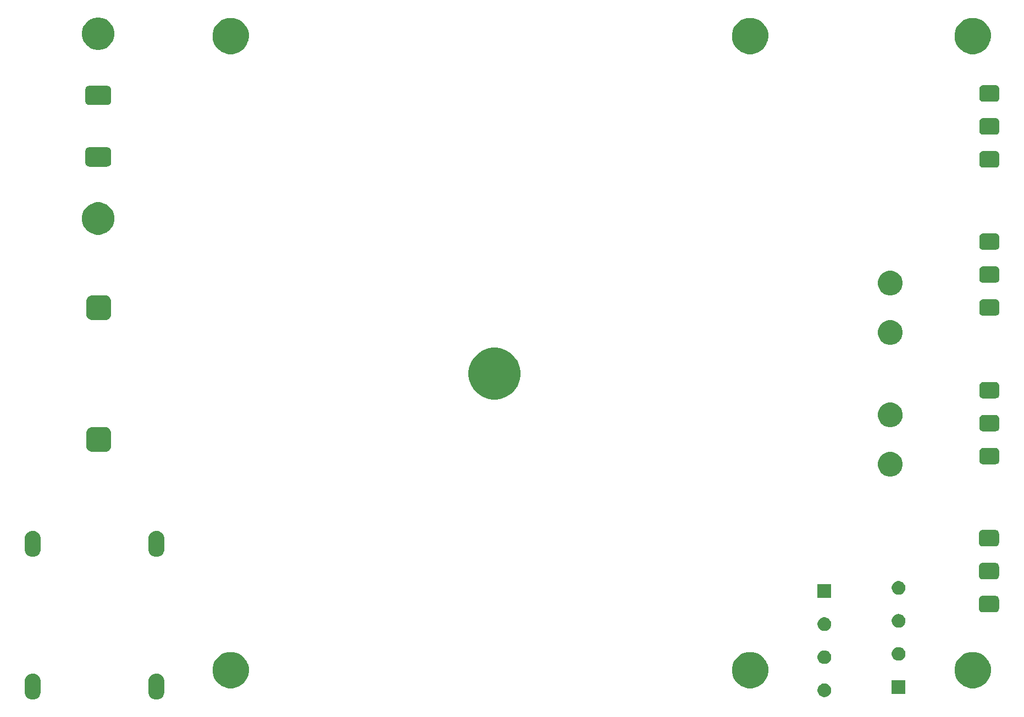
<source format=gbr>
G04 #@! TF.GenerationSoftware,KiCad,Pcbnew,(5.0.1)-4*
G04 #@! TF.CreationDate,2019-03-08T22:54:25+01:00*
G04 #@! TF.ProjectId,PSU - Transformer,505355202D205472616E73666F726D65,rev?*
G04 #@! TF.SameCoordinates,Original*
G04 #@! TF.FileFunction,Soldermask,Bot*
G04 #@! TF.FilePolarity,Negative*
%FSLAX46Y46*%
G04 Gerber Fmt 4.6, Leading zero omitted, Abs format (unit mm)*
G04 Created by KiCad (PCBNEW (5.0.1)-4) date 3/8/2019 10:54:25 PM*
%MOMM*%
%LPD*%
G01*
G04 APERTURE LIST*
%ADD10C,0.100000*%
G04 APERTURE END LIST*
D10*
G36*
X76445038Y-132638086D02*
X76445041Y-132638087D01*
X76445042Y-132638087D01*
X76680668Y-132709563D01*
X76897822Y-132825634D01*
X77088160Y-132981840D01*
X77244366Y-133172177D01*
X77360437Y-133389331D01*
X77431913Y-133624957D01*
X77431914Y-133624961D01*
X77450000Y-133808591D01*
X77450000Y-135431409D01*
X77431914Y-135615039D01*
X77431913Y-135615042D01*
X77431913Y-135615043D01*
X77360437Y-135850669D01*
X77244366Y-136067823D01*
X77088160Y-136258160D01*
X76897823Y-136414366D01*
X76680669Y-136530437D01*
X76445043Y-136601913D01*
X76445042Y-136601913D01*
X76445039Y-136601914D01*
X76200000Y-136626048D01*
X75954962Y-136601914D01*
X75954959Y-136601913D01*
X75954958Y-136601913D01*
X75719332Y-136530437D01*
X75502178Y-136414366D01*
X75311841Y-136258160D01*
X75155635Y-136067823D01*
X75039564Y-135850669D01*
X75039563Y-135850667D01*
X74968086Y-135615044D01*
X74950000Y-135431409D01*
X74950000Y-133808592D01*
X74968086Y-133624962D01*
X74968087Y-133624958D01*
X75039563Y-133389332D01*
X75155634Y-133172178D01*
X75311840Y-132981840D01*
X75502177Y-132825634D01*
X75719331Y-132709563D01*
X75954957Y-132638087D01*
X75954958Y-132638087D01*
X75954961Y-132638086D01*
X76200000Y-132613952D01*
X76445038Y-132638086D01*
X76445038Y-132638086D01*
G37*
G36*
X95495038Y-132638086D02*
X95495041Y-132638087D01*
X95495042Y-132638087D01*
X95730668Y-132709563D01*
X95947822Y-132825634D01*
X96138160Y-132981840D01*
X96294366Y-133172177D01*
X96410437Y-133389331D01*
X96481913Y-133624957D01*
X96481914Y-133624961D01*
X96500000Y-133808591D01*
X96500000Y-135431409D01*
X96481914Y-135615039D01*
X96481913Y-135615042D01*
X96481913Y-135615043D01*
X96410437Y-135850669D01*
X96294366Y-136067823D01*
X96138160Y-136258160D01*
X95947823Y-136414366D01*
X95730669Y-136530437D01*
X95495043Y-136601913D01*
X95495042Y-136601913D01*
X95495039Y-136601914D01*
X95250000Y-136626048D01*
X95004962Y-136601914D01*
X95004959Y-136601913D01*
X95004958Y-136601913D01*
X94769332Y-136530437D01*
X94552178Y-136414366D01*
X94361841Y-136258160D01*
X94205635Y-136067823D01*
X94089564Y-135850669D01*
X94089563Y-135850667D01*
X94018086Y-135615044D01*
X94000000Y-135431409D01*
X94000000Y-133808592D01*
X94018086Y-133624962D01*
X94018087Y-133624958D01*
X94089563Y-133389332D01*
X94205634Y-133172178D01*
X94361840Y-132981840D01*
X94552177Y-132825634D01*
X94769331Y-132709563D01*
X95004957Y-132638087D01*
X95004958Y-132638087D01*
X95004961Y-132638086D01*
X95250000Y-132613952D01*
X95495038Y-132638086D01*
X95495038Y-132638086D01*
G37*
G36*
X198245888Y-134134470D02*
X198426274Y-134170350D01*
X198617362Y-134249502D01*
X198789336Y-134364411D01*
X198935589Y-134510664D01*
X199050498Y-134682638D01*
X199129650Y-134873726D01*
X199170000Y-135076584D01*
X199170000Y-135283416D01*
X199129650Y-135486274D01*
X199050498Y-135677362D01*
X198935589Y-135849336D01*
X198789336Y-135995589D01*
X198617362Y-136110498D01*
X198426274Y-136189650D01*
X198245888Y-136225530D01*
X198223417Y-136230000D01*
X198016583Y-136230000D01*
X197994112Y-136225530D01*
X197813726Y-136189650D01*
X197622638Y-136110498D01*
X197450664Y-135995589D01*
X197304411Y-135849336D01*
X197189502Y-135677362D01*
X197110350Y-135486274D01*
X197070000Y-135283416D01*
X197070000Y-135076584D01*
X197110350Y-134873726D01*
X197189502Y-134682638D01*
X197304411Y-134510664D01*
X197450664Y-134364411D01*
X197622638Y-134249502D01*
X197813726Y-134170350D01*
X197994112Y-134134470D01*
X198016583Y-134130000D01*
X198223417Y-134130000D01*
X198245888Y-134134470D01*
X198245888Y-134134470D01*
G37*
G36*
X210600000Y-135730000D02*
X208500000Y-135730000D01*
X208500000Y-133630000D01*
X210600000Y-133630000D01*
X210600000Y-135730000D01*
X210600000Y-135730000D01*
G37*
G36*
X107226253Y-129333801D02*
X107496730Y-129387602D01*
X107552406Y-129410664D01*
X108006296Y-129598671D01*
X108464899Y-129905100D01*
X108854900Y-130295101D01*
X109161329Y-130753704D01*
X109267696Y-131010497D01*
X109372398Y-131263270D01*
X109480000Y-131804224D01*
X109480000Y-132355776D01*
X109386540Y-132825635D01*
X109372398Y-132896729D01*
X109161329Y-133406296D01*
X108854900Y-133864899D01*
X108464899Y-134254900D01*
X108006296Y-134561329D01*
X107713429Y-134682638D01*
X107496730Y-134772398D01*
X107226253Y-134826199D01*
X106955777Y-134880000D01*
X106404223Y-134880000D01*
X106133747Y-134826199D01*
X105863270Y-134772398D01*
X105646571Y-134682638D01*
X105353704Y-134561329D01*
X104895101Y-134254900D01*
X104505100Y-133864899D01*
X104198671Y-133406296D01*
X103987602Y-132896729D01*
X103973461Y-132825635D01*
X103880000Y-132355776D01*
X103880000Y-131804224D01*
X103987602Y-131263270D01*
X104092304Y-131010497D01*
X104198671Y-130753704D01*
X104505100Y-130295101D01*
X104895101Y-129905100D01*
X105353704Y-129598671D01*
X105807594Y-129410664D01*
X105863270Y-129387602D01*
X106133747Y-129333801D01*
X106404223Y-129280000D01*
X106955777Y-129280000D01*
X107226253Y-129333801D01*
X107226253Y-129333801D01*
G37*
G36*
X221526253Y-129333801D02*
X221796730Y-129387602D01*
X221852406Y-129410664D01*
X222306296Y-129598671D01*
X222764899Y-129905100D01*
X223154900Y-130295101D01*
X223461329Y-130753704D01*
X223567696Y-131010497D01*
X223672398Y-131263270D01*
X223780000Y-131804224D01*
X223780000Y-132355776D01*
X223686540Y-132825635D01*
X223672398Y-132896729D01*
X223461329Y-133406296D01*
X223154900Y-133864899D01*
X222764899Y-134254900D01*
X222306296Y-134561329D01*
X222013429Y-134682638D01*
X221796730Y-134772398D01*
X221526253Y-134826199D01*
X221255777Y-134880000D01*
X220704223Y-134880000D01*
X220433747Y-134826199D01*
X220163270Y-134772398D01*
X219946571Y-134682638D01*
X219653704Y-134561329D01*
X219195101Y-134254900D01*
X218805100Y-133864899D01*
X218498671Y-133406296D01*
X218287602Y-132896729D01*
X218273461Y-132825635D01*
X218180000Y-132355776D01*
X218180000Y-131804224D01*
X218287602Y-131263270D01*
X218392304Y-131010497D01*
X218498671Y-130753704D01*
X218805100Y-130295101D01*
X219195101Y-129905100D01*
X219653704Y-129598671D01*
X220107594Y-129410664D01*
X220163270Y-129387602D01*
X220433747Y-129333801D01*
X220704223Y-129280000D01*
X221255777Y-129280000D01*
X221526253Y-129333801D01*
X221526253Y-129333801D01*
G37*
G36*
X187236253Y-129333801D02*
X187506730Y-129387602D01*
X187562406Y-129410664D01*
X188016296Y-129598671D01*
X188474899Y-129905100D01*
X188864900Y-130295101D01*
X189171329Y-130753704D01*
X189277696Y-131010497D01*
X189382398Y-131263270D01*
X189490000Y-131804224D01*
X189490000Y-132355776D01*
X189396540Y-132825635D01*
X189382398Y-132896729D01*
X189171329Y-133406296D01*
X188864900Y-133864899D01*
X188474899Y-134254900D01*
X188016296Y-134561329D01*
X187723429Y-134682638D01*
X187506730Y-134772398D01*
X187236253Y-134826199D01*
X186965777Y-134880000D01*
X186414223Y-134880000D01*
X186143747Y-134826199D01*
X185873270Y-134772398D01*
X185656571Y-134682638D01*
X185363704Y-134561329D01*
X184905101Y-134254900D01*
X184515100Y-133864899D01*
X184208671Y-133406296D01*
X183997602Y-132896729D01*
X183983461Y-132825635D01*
X183890000Y-132355776D01*
X183890000Y-131804224D01*
X183997602Y-131263270D01*
X184102304Y-131010497D01*
X184208671Y-130753704D01*
X184515100Y-130295101D01*
X184905101Y-129905100D01*
X185363704Y-129598671D01*
X185817594Y-129410664D01*
X185873270Y-129387602D01*
X186143747Y-129333801D01*
X186414223Y-129280000D01*
X186965777Y-129280000D01*
X187236253Y-129333801D01*
X187236253Y-129333801D01*
G37*
G36*
X198245888Y-129034470D02*
X198426274Y-129070350D01*
X198617362Y-129149502D01*
X198789336Y-129264411D01*
X198935589Y-129410664D01*
X199050498Y-129582638D01*
X199129650Y-129773726D01*
X199170000Y-129976584D01*
X199170000Y-130183416D01*
X199129650Y-130386274D01*
X199050498Y-130577362D01*
X198935589Y-130749336D01*
X198789336Y-130895589D01*
X198617362Y-131010498D01*
X198426274Y-131089650D01*
X198245888Y-131125530D01*
X198223417Y-131130000D01*
X198016583Y-131130000D01*
X197994112Y-131125530D01*
X197813726Y-131089650D01*
X197622638Y-131010498D01*
X197450664Y-130895589D01*
X197304411Y-130749336D01*
X197189502Y-130577362D01*
X197110350Y-130386274D01*
X197070000Y-130183416D01*
X197070000Y-129976584D01*
X197110350Y-129773726D01*
X197189502Y-129582638D01*
X197304411Y-129410664D01*
X197450664Y-129264411D01*
X197622638Y-129149502D01*
X197813726Y-129070350D01*
X197994112Y-129034470D01*
X198016583Y-129030000D01*
X198223417Y-129030000D01*
X198245888Y-129034470D01*
X198245888Y-129034470D01*
G37*
G36*
X209675888Y-128534470D02*
X209856274Y-128570350D01*
X210047362Y-128649502D01*
X210219336Y-128764411D01*
X210365589Y-128910664D01*
X210480498Y-129082638D01*
X210559650Y-129273726D01*
X210600000Y-129476584D01*
X210600000Y-129683416D01*
X210559650Y-129886274D01*
X210480498Y-130077362D01*
X210365589Y-130249336D01*
X210219336Y-130395589D01*
X210047362Y-130510498D01*
X209856274Y-130589650D01*
X209675888Y-130625530D01*
X209653417Y-130630000D01*
X209446583Y-130630000D01*
X209424112Y-130625530D01*
X209243726Y-130589650D01*
X209052638Y-130510498D01*
X208880664Y-130395589D01*
X208734411Y-130249336D01*
X208619502Y-130077362D01*
X208540350Y-129886274D01*
X208500000Y-129683416D01*
X208500000Y-129476584D01*
X208540350Y-129273726D01*
X208619502Y-129082638D01*
X208734411Y-128910664D01*
X208880664Y-128764411D01*
X209052638Y-128649502D01*
X209243726Y-128570350D01*
X209424112Y-128534470D01*
X209446583Y-128530000D01*
X209653417Y-128530000D01*
X209675888Y-128534470D01*
X209675888Y-128534470D01*
G37*
G36*
X198245888Y-123934470D02*
X198426274Y-123970350D01*
X198617362Y-124049502D01*
X198789336Y-124164411D01*
X198935589Y-124310664D01*
X199050498Y-124482638D01*
X199129650Y-124673726D01*
X199170000Y-124876584D01*
X199170000Y-125083416D01*
X199129650Y-125286274D01*
X199050498Y-125477362D01*
X198935589Y-125649336D01*
X198789336Y-125795589D01*
X198617362Y-125910498D01*
X198426274Y-125989650D01*
X198245888Y-126025530D01*
X198223417Y-126030000D01*
X198016583Y-126030000D01*
X197994112Y-126025530D01*
X197813726Y-125989650D01*
X197622638Y-125910498D01*
X197450664Y-125795589D01*
X197304411Y-125649336D01*
X197189502Y-125477362D01*
X197110350Y-125286274D01*
X197070000Y-125083416D01*
X197070000Y-124876584D01*
X197110350Y-124673726D01*
X197189502Y-124482638D01*
X197304411Y-124310664D01*
X197450664Y-124164411D01*
X197622638Y-124049502D01*
X197813726Y-123970350D01*
X197994112Y-123934470D01*
X198016583Y-123930000D01*
X198223417Y-123930000D01*
X198245888Y-123934470D01*
X198245888Y-123934470D01*
G37*
G36*
X209675888Y-123434470D02*
X209856274Y-123470350D01*
X210047362Y-123549502D01*
X210219336Y-123664411D01*
X210365589Y-123810664D01*
X210480498Y-123982638D01*
X210559650Y-124173726D01*
X210600000Y-124376584D01*
X210600000Y-124583416D01*
X210559650Y-124786274D01*
X210480498Y-124977362D01*
X210365589Y-125149336D01*
X210219336Y-125295589D01*
X210047362Y-125410498D01*
X209856274Y-125489650D01*
X209675888Y-125525530D01*
X209653417Y-125530000D01*
X209446583Y-125530000D01*
X209424112Y-125525530D01*
X209243726Y-125489650D01*
X209052638Y-125410498D01*
X208880664Y-125295589D01*
X208734411Y-125149336D01*
X208619502Y-124977362D01*
X208540350Y-124786274D01*
X208500000Y-124583416D01*
X208500000Y-124376584D01*
X208540350Y-124173726D01*
X208619502Y-123982638D01*
X208734411Y-123810664D01*
X208880664Y-123664411D01*
X209052638Y-123549502D01*
X209243726Y-123470350D01*
X209424112Y-123434470D01*
X209446583Y-123430000D01*
X209653417Y-123430000D01*
X209675888Y-123434470D01*
X209675888Y-123434470D01*
G37*
G36*
X224573667Y-120636192D02*
X224680957Y-120668738D01*
X224779829Y-120721587D01*
X224866491Y-120792708D01*
X224937612Y-120879370D01*
X224990461Y-120978242D01*
X225023007Y-121085532D01*
X225034600Y-121203239D01*
X225034600Y-122585959D01*
X225023007Y-122703666D01*
X224990461Y-122810956D01*
X224937612Y-122909828D01*
X224866491Y-122996490D01*
X224779829Y-123067611D01*
X224680957Y-123120460D01*
X224573667Y-123153006D01*
X224455960Y-123164599D01*
X222533240Y-123164599D01*
X222415533Y-123153006D01*
X222308243Y-123120460D01*
X222209371Y-123067611D01*
X222122709Y-122996490D01*
X222051588Y-122909828D01*
X221998739Y-122810956D01*
X221966193Y-122703666D01*
X221954600Y-122585959D01*
X221954600Y-121203239D01*
X221966193Y-121085532D01*
X221998739Y-120978242D01*
X222051588Y-120879370D01*
X222122709Y-120792708D01*
X222209371Y-120721587D01*
X222308243Y-120668738D01*
X222415533Y-120636192D01*
X222533240Y-120624599D01*
X224455960Y-120624599D01*
X224573667Y-120636192D01*
X224573667Y-120636192D01*
G37*
G36*
X199170000Y-120930000D02*
X197070000Y-120930000D01*
X197070000Y-118830000D01*
X199170000Y-118830000D01*
X199170000Y-120930000D01*
X199170000Y-120930000D01*
G37*
G36*
X209675888Y-118334470D02*
X209856274Y-118370350D01*
X210047362Y-118449502D01*
X210219336Y-118564411D01*
X210365589Y-118710664D01*
X210480498Y-118882638D01*
X210559650Y-119073726D01*
X210600000Y-119276584D01*
X210600000Y-119483416D01*
X210559650Y-119686274D01*
X210480498Y-119877362D01*
X210365589Y-120049336D01*
X210219336Y-120195589D01*
X210047362Y-120310498D01*
X209856274Y-120389650D01*
X209675888Y-120425530D01*
X209653417Y-120430000D01*
X209446583Y-120430000D01*
X209424112Y-120425530D01*
X209243726Y-120389650D01*
X209052638Y-120310498D01*
X208880664Y-120195589D01*
X208734411Y-120049336D01*
X208619502Y-119877362D01*
X208540350Y-119686274D01*
X208500000Y-119483416D01*
X208500000Y-119276584D01*
X208540350Y-119073726D01*
X208619502Y-118882638D01*
X208734411Y-118710664D01*
X208880664Y-118564411D01*
X209052638Y-118449502D01*
X209243726Y-118370350D01*
X209424112Y-118334470D01*
X209446583Y-118330000D01*
X209653417Y-118330000D01*
X209675888Y-118334470D01*
X209675888Y-118334470D01*
G37*
G36*
X224573667Y-115556192D02*
X224680957Y-115588738D01*
X224779829Y-115641587D01*
X224866491Y-115712708D01*
X224937612Y-115799370D01*
X224990461Y-115898242D01*
X225023007Y-116005532D01*
X225034600Y-116123239D01*
X225034600Y-117505959D01*
X225023007Y-117623666D01*
X224990461Y-117730956D01*
X224937612Y-117829828D01*
X224866491Y-117916490D01*
X224779829Y-117987611D01*
X224680957Y-118040460D01*
X224573667Y-118073006D01*
X224455960Y-118084599D01*
X222533240Y-118084599D01*
X222415533Y-118073006D01*
X222308243Y-118040460D01*
X222209371Y-117987611D01*
X222122709Y-117916490D01*
X222051588Y-117829828D01*
X221998739Y-117730956D01*
X221966193Y-117623666D01*
X221954600Y-117505959D01*
X221954600Y-116123239D01*
X221966193Y-116005532D01*
X221998739Y-115898242D01*
X222051588Y-115799370D01*
X222122709Y-115712708D01*
X222209371Y-115641587D01*
X222308243Y-115588738D01*
X222415533Y-115556192D01*
X222533240Y-115544599D01*
X224455960Y-115544599D01*
X224573667Y-115556192D01*
X224573667Y-115556192D01*
G37*
G36*
X95495038Y-110638086D02*
X95495041Y-110638087D01*
X95495042Y-110638087D01*
X95730668Y-110709563D01*
X95947822Y-110825634D01*
X96138160Y-110981840D01*
X96294366Y-111172177D01*
X96395448Y-111361288D01*
X96410436Y-111389329D01*
X96481914Y-111624961D01*
X96500000Y-111808591D01*
X96500000Y-113431409D01*
X96481914Y-113615039D01*
X96481913Y-113615042D01*
X96481913Y-113615043D01*
X96410437Y-113850669D01*
X96294366Y-114067823D01*
X96138160Y-114258160D01*
X95947823Y-114414366D01*
X95730669Y-114530437D01*
X95495043Y-114601913D01*
X95495042Y-114601913D01*
X95495039Y-114601914D01*
X95250000Y-114626048D01*
X95004962Y-114601914D01*
X95004959Y-114601913D01*
X95004958Y-114601913D01*
X94769332Y-114530437D01*
X94552178Y-114414366D01*
X94361841Y-114258160D01*
X94205635Y-114067823D01*
X94089564Y-113850669D01*
X94089563Y-113850667D01*
X94018086Y-113615044D01*
X94000000Y-113431409D01*
X94000000Y-111808592D01*
X94018086Y-111624962D01*
X94018087Y-111624958D01*
X94089563Y-111389332D01*
X94205634Y-111172178D01*
X94361840Y-110981840D01*
X94552177Y-110825634D01*
X94769331Y-110709563D01*
X95004957Y-110638087D01*
X95004958Y-110638087D01*
X95004961Y-110638086D01*
X95250000Y-110613952D01*
X95495038Y-110638086D01*
X95495038Y-110638086D01*
G37*
G36*
X76445038Y-110638086D02*
X76445041Y-110638087D01*
X76445042Y-110638087D01*
X76680668Y-110709563D01*
X76897822Y-110825634D01*
X77088160Y-110981840D01*
X77244366Y-111172177D01*
X77345448Y-111361288D01*
X77360436Y-111389329D01*
X77431914Y-111624961D01*
X77450000Y-111808591D01*
X77450000Y-113431409D01*
X77431914Y-113615039D01*
X77431913Y-113615042D01*
X77431913Y-113615043D01*
X77360437Y-113850669D01*
X77244366Y-114067823D01*
X77088160Y-114258160D01*
X76897823Y-114414366D01*
X76680669Y-114530437D01*
X76445043Y-114601913D01*
X76445042Y-114601913D01*
X76445039Y-114601914D01*
X76200000Y-114626048D01*
X75954962Y-114601914D01*
X75954959Y-114601913D01*
X75954958Y-114601913D01*
X75719332Y-114530437D01*
X75502178Y-114414366D01*
X75311841Y-114258160D01*
X75155635Y-114067823D01*
X75039564Y-113850669D01*
X75039563Y-113850667D01*
X74968086Y-113615044D01*
X74950000Y-113431409D01*
X74950000Y-111808592D01*
X74968086Y-111624962D01*
X74968087Y-111624958D01*
X75039563Y-111389332D01*
X75155634Y-111172178D01*
X75311840Y-110981840D01*
X75502177Y-110825634D01*
X75719331Y-110709563D01*
X75954957Y-110638087D01*
X75954958Y-110638087D01*
X75954961Y-110638086D01*
X76200000Y-110613952D01*
X76445038Y-110638086D01*
X76445038Y-110638086D01*
G37*
G36*
X224573667Y-110476192D02*
X224680957Y-110508738D01*
X224779829Y-110561587D01*
X224866491Y-110632708D01*
X224937612Y-110719370D01*
X224990461Y-110818242D01*
X225023007Y-110925532D01*
X225034600Y-111043239D01*
X225034600Y-112425959D01*
X225023007Y-112543666D01*
X224990461Y-112650956D01*
X224937612Y-112749828D01*
X224866491Y-112836490D01*
X224779829Y-112907611D01*
X224680957Y-112960460D01*
X224573667Y-112993006D01*
X224455960Y-113004599D01*
X222533240Y-113004599D01*
X222415533Y-112993006D01*
X222308243Y-112960460D01*
X222209371Y-112907611D01*
X222122709Y-112836490D01*
X222051588Y-112749828D01*
X221998739Y-112650956D01*
X221966193Y-112543666D01*
X221954600Y-112425959D01*
X221954600Y-111043239D01*
X221966193Y-110925532D01*
X221998739Y-110818242D01*
X222051588Y-110719370D01*
X222122709Y-110632708D01*
X222209371Y-110561587D01*
X222308243Y-110508738D01*
X222415533Y-110476192D01*
X222533240Y-110464599D01*
X224455960Y-110464599D01*
X224573667Y-110476192D01*
X224573667Y-110476192D01*
G37*
G36*
X208835665Y-98498208D02*
X208835667Y-98498209D01*
X208835668Y-98498209D01*
X209182356Y-98641811D01*
X209492958Y-98849349D01*
X209494369Y-98850292D01*
X209759708Y-99115631D01*
X209759710Y-99115634D01*
X209968189Y-99427644D01*
X210111791Y-99774332D01*
X210111792Y-99774335D01*
X210171644Y-100075229D01*
X210185000Y-100142374D01*
X210185000Y-100517626D01*
X210111791Y-100885668D01*
X209968189Y-101232356D01*
X209760651Y-101542958D01*
X209759708Y-101544369D01*
X209494369Y-101809708D01*
X209494366Y-101809710D01*
X209182356Y-102018189D01*
X208835668Y-102161791D01*
X208835667Y-102161791D01*
X208835665Y-102161792D01*
X208467628Y-102235000D01*
X208092372Y-102235000D01*
X207724335Y-102161792D01*
X207724333Y-102161791D01*
X207724332Y-102161791D01*
X207377644Y-102018189D01*
X207065634Y-101809710D01*
X207065631Y-101809708D01*
X206800292Y-101544369D01*
X206799349Y-101542958D01*
X206591811Y-101232356D01*
X206448209Y-100885668D01*
X206375000Y-100517626D01*
X206375000Y-100142374D01*
X206388356Y-100075229D01*
X206448208Y-99774335D01*
X206448209Y-99774332D01*
X206591811Y-99427644D01*
X206800290Y-99115634D01*
X206800292Y-99115631D01*
X207065631Y-98850292D01*
X207067042Y-98849349D01*
X207377644Y-98641811D01*
X207724332Y-98498209D01*
X207724333Y-98498209D01*
X207724335Y-98498208D01*
X208092372Y-98425000D01*
X208467628Y-98425000D01*
X208835665Y-98498208D01*
X208835665Y-98498208D01*
G37*
G36*
X224599067Y-97801593D02*
X224706357Y-97834139D01*
X224805229Y-97886988D01*
X224891891Y-97958109D01*
X224963012Y-98044771D01*
X225015861Y-98143643D01*
X225048407Y-98250933D01*
X225060000Y-98368640D01*
X225060000Y-99751360D01*
X225048407Y-99869067D01*
X225015861Y-99976357D01*
X224963012Y-100075229D01*
X224891891Y-100161891D01*
X224805229Y-100233012D01*
X224706357Y-100285861D01*
X224599067Y-100318407D01*
X224481360Y-100330000D01*
X222558640Y-100330000D01*
X222440933Y-100318407D01*
X222333643Y-100285861D01*
X222234771Y-100233012D01*
X222148109Y-100161891D01*
X222076988Y-100075229D01*
X222024139Y-99976357D01*
X221991593Y-99869067D01*
X221980000Y-99751360D01*
X221980000Y-98368640D01*
X221991593Y-98250933D01*
X222024139Y-98143643D01*
X222076988Y-98044771D01*
X222148109Y-97958109D01*
X222234771Y-97886988D01*
X222333643Y-97834139D01*
X222440933Y-97801593D01*
X222558640Y-97790000D01*
X224481360Y-97790000D01*
X224599067Y-97801593D01*
X224599067Y-97801593D01*
G37*
G36*
X87548511Y-94632694D02*
X87715358Y-94683306D01*
X87869120Y-94765494D01*
X88003897Y-94876103D01*
X88114506Y-95010880D01*
X88196694Y-95164642D01*
X88247306Y-95331489D01*
X88265000Y-95511140D01*
X88265000Y-97528860D01*
X88247306Y-97708511D01*
X88196694Y-97875358D01*
X88114506Y-98029120D01*
X88003897Y-98163897D01*
X87869120Y-98274506D01*
X87715358Y-98356694D01*
X87548511Y-98407306D01*
X87368860Y-98425000D01*
X85351140Y-98425000D01*
X85171489Y-98407306D01*
X85004642Y-98356694D01*
X84850880Y-98274506D01*
X84716103Y-98163897D01*
X84605494Y-98029120D01*
X84523306Y-97875358D01*
X84472694Y-97708511D01*
X84455000Y-97528860D01*
X84455000Y-95511140D01*
X84472694Y-95331489D01*
X84523306Y-95164642D01*
X84605494Y-95010880D01*
X84716103Y-94876103D01*
X84850880Y-94765494D01*
X85004642Y-94683306D01*
X85171489Y-94632694D01*
X85351140Y-94615000D01*
X87368860Y-94615000D01*
X87548511Y-94632694D01*
X87548511Y-94632694D01*
G37*
G36*
X224599067Y-92721593D02*
X224706357Y-92754139D01*
X224805229Y-92806988D01*
X224891891Y-92878109D01*
X224963012Y-92964771D01*
X225015861Y-93063643D01*
X225048407Y-93170933D01*
X225060000Y-93288640D01*
X225060000Y-94671360D01*
X225048407Y-94789067D01*
X225015861Y-94896357D01*
X224963012Y-94995229D01*
X224891891Y-95081891D01*
X224805229Y-95153012D01*
X224706357Y-95205861D01*
X224599067Y-95238407D01*
X224481360Y-95250000D01*
X222558640Y-95250000D01*
X222440933Y-95238407D01*
X222333643Y-95205861D01*
X222234771Y-95153012D01*
X222148109Y-95081891D01*
X222076988Y-94995229D01*
X222024139Y-94896357D01*
X221991593Y-94789067D01*
X221980000Y-94671360D01*
X221980000Y-93288640D01*
X221991593Y-93170933D01*
X222024139Y-93063643D01*
X222076988Y-92964771D01*
X222148109Y-92878109D01*
X222234771Y-92806988D01*
X222333643Y-92754139D01*
X222440933Y-92721593D01*
X222558640Y-92710000D01*
X224481360Y-92710000D01*
X224599067Y-92721593D01*
X224599067Y-92721593D01*
G37*
G36*
X208835665Y-90878208D02*
X208835667Y-90878209D01*
X208835668Y-90878209D01*
X209182356Y-91021811D01*
X209492958Y-91229349D01*
X209494369Y-91230292D01*
X209759708Y-91495631D01*
X209759710Y-91495634D01*
X209968189Y-91807644D01*
X210111791Y-92154332D01*
X210111792Y-92154335D01*
X210185000Y-92522372D01*
X210185000Y-92897628D01*
X210130636Y-93170933D01*
X210111791Y-93265668D01*
X209968189Y-93612356D01*
X209760651Y-93922958D01*
X209759708Y-93924369D01*
X209494369Y-94189708D01*
X209494366Y-94189710D01*
X209182356Y-94398189D01*
X208835668Y-94541791D01*
X208835667Y-94541791D01*
X208835665Y-94541792D01*
X208467628Y-94615000D01*
X208092372Y-94615000D01*
X207724335Y-94541792D01*
X207724333Y-94541791D01*
X207724332Y-94541791D01*
X207377644Y-94398189D01*
X207065634Y-94189710D01*
X207065631Y-94189708D01*
X206800292Y-93924369D01*
X206799349Y-93922958D01*
X206591811Y-93612356D01*
X206448209Y-93265668D01*
X206429365Y-93170933D01*
X206375000Y-92897628D01*
X206375000Y-92522372D01*
X206448208Y-92154335D01*
X206448209Y-92154332D01*
X206591811Y-91807644D01*
X206800290Y-91495634D01*
X206800292Y-91495631D01*
X207065631Y-91230292D01*
X207067042Y-91229349D01*
X207377644Y-91021811D01*
X207724332Y-90878209D01*
X207724333Y-90878209D01*
X207724335Y-90878208D01*
X208092372Y-90805000D01*
X208467628Y-90805000D01*
X208835665Y-90878208D01*
X208835665Y-90878208D01*
G37*
G36*
X148486757Y-82513718D02*
X149214710Y-82815246D01*
X149865438Y-83250048D01*
X149869854Y-83252999D01*
X150427001Y-83810146D01*
X150427003Y-83810149D01*
X150864754Y-84465290D01*
X151166282Y-85193243D01*
X151320000Y-85966034D01*
X151320000Y-86753966D01*
X151166282Y-87526757D01*
X150864754Y-88254710D01*
X150857878Y-88265000D01*
X150427001Y-88909854D01*
X149869854Y-89467001D01*
X149869851Y-89467003D01*
X149214710Y-89904754D01*
X148486757Y-90206282D01*
X147713967Y-90360000D01*
X146926033Y-90360000D01*
X146153243Y-90206282D01*
X145425290Y-89904754D01*
X144770149Y-89467003D01*
X144770146Y-89467001D01*
X144212999Y-88909854D01*
X143782122Y-88265000D01*
X143775246Y-88254710D01*
X143473718Y-87526757D01*
X143320000Y-86753966D01*
X143320000Y-85966034D01*
X143473718Y-85193243D01*
X143775246Y-84465290D01*
X144212997Y-83810149D01*
X144212999Y-83810146D01*
X144770146Y-83252999D01*
X144774562Y-83250048D01*
X145425290Y-82815246D01*
X146153243Y-82513718D01*
X146539639Y-82436859D01*
X146926033Y-82360000D01*
X147713967Y-82360000D01*
X148486757Y-82513718D01*
X148486757Y-82513718D01*
G37*
G36*
X224599067Y-87641593D02*
X224706357Y-87674139D01*
X224805229Y-87726988D01*
X224891891Y-87798109D01*
X224963012Y-87884771D01*
X225015861Y-87983643D01*
X225048407Y-88090933D01*
X225060000Y-88208640D01*
X225060000Y-89591360D01*
X225048407Y-89709067D01*
X225015861Y-89816357D01*
X224963012Y-89915229D01*
X224891891Y-90001891D01*
X224805229Y-90073012D01*
X224706357Y-90125861D01*
X224599067Y-90158407D01*
X224481360Y-90170000D01*
X222558640Y-90170000D01*
X222440933Y-90158407D01*
X222333643Y-90125861D01*
X222234771Y-90073012D01*
X222148109Y-90001891D01*
X222076988Y-89915229D01*
X222024139Y-89816357D01*
X221991593Y-89709067D01*
X221980000Y-89591360D01*
X221980000Y-88208640D01*
X221991593Y-88090933D01*
X222024139Y-87983643D01*
X222076988Y-87884771D01*
X222148109Y-87798109D01*
X222234771Y-87726988D01*
X222333643Y-87674139D01*
X222440933Y-87641593D01*
X222558640Y-87630000D01*
X224481360Y-87630000D01*
X224599067Y-87641593D01*
X224599067Y-87641593D01*
G37*
G36*
X208835665Y-78178208D02*
X208835667Y-78178209D01*
X208835668Y-78178209D01*
X209182356Y-78321811D01*
X209492958Y-78529349D01*
X209494369Y-78530292D01*
X209759708Y-78795631D01*
X209759710Y-78795634D01*
X209968189Y-79107644D01*
X210111791Y-79454332D01*
X210185000Y-79822374D01*
X210185000Y-80197626D01*
X210111791Y-80565668D01*
X209968189Y-80912356D01*
X209760651Y-81222958D01*
X209759708Y-81224369D01*
X209494369Y-81489708D01*
X209494366Y-81489710D01*
X209182356Y-81698189D01*
X208835668Y-81841791D01*
X208835667Y-81841791D01*
X208835665Y-81841792D01*
X208467628Y-81915000D01*
X208092372Y-81915000D01*
X207724335Y-81841792D01*
X207724333Y-81841791D01*
X207724332Y-81841791D01*
X207377644Y-81698189D01*
X207065634Y-81489710D01*
X207065631Y-81489708D01*
X206800292Y-81224369D01*
X206799349Y-81222958D01*
X206591811Y-80912356D01*
X206448209Y-80565668D01*
X206375000Y-80197626D01*
X206375000Y-79822374D01*
X206448209Y-79454332D01*
X206591811Y-79107644D01*
X206800290Y-78795634D01*
X206800292Y-78795631D01*
X207065631Y-78530292D01*
X207067042Y-78529349D01*
X207377644Y-78321811D01*
X207724332Y-78178209D01*
X207724333Y-78178209D01*
X207724335Y-78178208D01*
X208092372Y-78105000D01*
X208467628Y-78105000D01*
X208835665Y-78178208D01*
X208835665Y-78178208D01*
G37*
G36*
X87548511Y-74312694D02*
X87715358Y-74363306D01*
X87869120Y-74445494D01*
X88003897Y-74556103D01*
X88114506Y-74690880D01*
X88196694Y-74844642D01*
X88247306Y-75011489D01*
X88265000Y-75191140D01*
X88265000Y-77208860D01*
X88247306Y-77388511D01*
X88196694Y-77555358D01*
X88114506Y-77709120D01*
X88003897Y-77843897D01*
X87869120Y-77954506D01*
X87715358Y-78036694D01*
X87548511Y-78087306D01*
X87368860Y-78105000D01*
X85351140Y-78105000D01*
X85171489Y-78087306D01*
X85004642Y-78036694D01*
X84850880Y-77954506D01*
X84716103Y-77843897D01*
X84605494Y-77709120D01*
X84523306Y-77555358D01*
X84472694Y-77388511D01*
X84455000Y-77208860D01*
X84455000Y-75191140D01*
X84472694Y-75011489D01*
X84523306Y-74844642D01*
X84605494Y-74690880D01*
X84716103Y-74556103D01*
X84850880Y-74445494D01*
X85004642Y-74363306D01*
X85171489Y-74312694D01*
X85351140Y-74295000D01*
X87368860Y-74295000D01*
X87548511Y-74312694D01*
X87548511Y-74312694D01*
G37*
G36*
X224599067Y-74890793D02*
X224706357Y-74923339D01*
X224805229Y-74976188D01*
X224891891Y-75047309D01*
X224963012Y-75133971D01*
X225015861Y-75232843D01*
X225048407Y-75340133D01*
X225060000Y-75457840D01*
X225060000Y-76840560D01*
X225048407Y-76958267D01*
X225015861Y-77065557D01*
X224963012Y-77164429D01*
X224891891Y-77251091D01*
X224805229Y-77322212D01*
X224706357Y-77375061D01*
X224599067Y-77407607D01*
X224481360Y-77419200D01*
X222558640Y-77419200D01*
X222440933Y-77407607D01*
X222333643Y-77375061D01*
X222234771Y-77322212D01*
X222148109Y-77251091D01*
X222076988Y-77164429D01*
X222024139Y-77065557D01*
X221991593Y-76958267D01*
X221980000Y-76840560D01*
X221980000Y-75457840D01*
X221991593Y-75340133D01*
X222024139Y-75232843D01*
X222076988Y-75133971D01*
X222148109Y-75047309D01*
X222234771Y-74976188D01*
X222333643Y-74923339D01*
X222440933Y-74890793D01*
X222558640Y-74879200D01*
X224481360Y-74879200D01*
X224599067Y-74890793D01*
X224599067Y-74890793D01*
G37*
G36*
X208835665Y-70558208D02*
X208835667Y-70558209D01*
X208835668Y-70558209D01*
X209182356Y-70701811D01*
X209492958Y-70909349D01*
X209494369Y-70910292D01*
X209759708Y-71175631D01*
X209759710Y-71175634D01*
X209968189Y-71487644D01*
X210109202Y-71828082D01*
X210111792Y-71834335D01*
X210185000Y-72202372D01*
X210185000Y-72577626D01*
X210111791Y-72945668D01*
X209968189Y-73292356D01*
X209760651Y-73602958D01*
X209759708Y-73604369D01*
X209494369Y-73869708D01*
X209494366Y-73869710D01*
X209182356Y-74078189D01*
X208835668Y-74221791D01*
X208835667Y-74221791D01*
X208835665Y-74221792D01*
X208467628Y-74295000D01*
X208092372Y-74295000D01*
X207724335Y-74221792D01*
X207724333Y-74221791D01*
X207724332Y-74221791D01*
X207377644Y-74078189D01*
X207065634Y-73869710D01*
X207065631Y-73869708D01*
X206800292Y-73604369D01*
X206799349Y-73602958D01*
X206591811Y-73292356D01*
X206448209Y-72945668D01*
X206375000Y-72577626D01*
X206375000Y-72202372D01*
X206448208Y-71834335D01*
X206450798Y-71828082D01*
X206591811Y-71487644D01*
X206800290Y-71175634D01*
X206800292Y-71175631D01*
X207065631Y-70910292D01*
X207067042Y-70909349D01*
X207377644Y-70701811D01*
X207724332Y-70558209D01*
X207724333Y-70558209D01*
X207724335Y-70558208D01*
X208092372Y-70485000D01*
X208467628Y-70485000D01*
X208835665Y-70558208D01*
X208835665Y-70558208D01*
G37*
G36*
X224599067Y-69810793D02*
X224706357Y-69843339D01*
X224805229Y-69896188D01*
X224891891Y-69967309D01*
X224963012Y-70053971D01*
X225015861Y-70152843D01*
X225048407Y-70260133D01*
X225060000Y-70377840D01*
X225060000Y-71760560D01*
X225048407Y-71878267D01*
X225015861Y-71985557D01*
X224963012Y-72084429D01*
X224891891Y-72171091D01*
X224805229Y-72242212D01*
X224706357Y-72295061D01*
X224599067Y-72327607D01*
X224481360Y-72339200D01*
X222558640Y-72339200D01*
X222440933Y-72327607D01*
X222333643Y-72295061D01*
X222234771Y-72242212D01*
X222148109Y-72171091D01*
X222076988Y-72084429D01*
X222024139Y-71985557D01*
X221991593Y-71878267D01*
X221980000Y-71760560D01*
X221980000Y-70377840D01*
X221991593Y-70260133D01*
X222024139Y-70152843D01*
X222076988Y-70053971D01*
X222148109Y-69967309D01*
X222234771Y-69896188D01*
X222333643Y-69843339D01*
X222440933Y-69810793D01*
X222558640Y-69799200D01*
X224481360Y-69799200D01*
X224599067Y-69810793D01*
X224599067Y-69810793D01*
G37*
G36*
X224599067Y-64730793D02*
X224706357Y-64763339D01*
X224805229Y-64816188D01*
X224891891Y-64887309D01*
X224963012Y-64973971D01*
X225015861Y-65072843D01*
X225048407Y-65180133D01*
X225060000Y-65297840D01*
X225060000Y-66680560D01*
X225048407Y-66798267D01*
X225015861Y-66905557D01*
X224963012Y-67004429D01*
X224891891Y-67091091D01*
X224805229Y-67162212D01*
X224706357Y-67215061D01*
X224599067Y-67247607D01*
X224481360Y-67259200D01*
X222558640Y-67259200D01*
X222440933Y-67247607D01*
X222333643Y-67215061D01*
X222234771Y-67162212D01*
X222148109Y-67091091D01*
X222076988Y-67004429D01*
X222024139Y-66905557D01*
X221991593Y-66798267D01*
X221980000Y-66680560D01*
X221980000Y-65297840D01*
X221991593Y-65180133D01*
X222024139Y-65072843D01*
X222076988Y-64973971D01*
X222148109Y-64887309D01*
X222234771Y-64816188D01*
X222333643Y-64763339D01*
X222440933Y-64730793D01*
X222558640Y-64719200D01*
X224481360Y-64719200D01*
X224599067Y-64730793D01*
X224599067Y-64730793D01*
G37*
G36*
X86826625Y-59997849D02*
X86987623Y-60029874D01*
X87176077Y-60107934D01*
X87442593Y-60218328D01*
X87852060Y-60491926D01*
X88200274Y-60840140D01*
X88473872Y-61249607D01*
X88662326Y-61704578D01*
X88758400Y-62187570D01*
X88758400Y-62680030D01*
X88662326Y-63163022D01*
X88473872Y-63617993D01*
X88200274Y-64027460D01*
X87852060Y-64375674D01*
X87442593Y-64649272D01*
X87176077Y-64759666D01*
X86987623Y-64837726D01*
X86826625Y-64869751D01*
X86504630Y-64933800D01*
X86012170Y-64933800D01*
X85690175Y-64869751D01*
X85529177Y-64837726D01*
X85340723Y-64759666D01*
X85074207Y-64649272D01*
X84664740Y-64375674D01*
X84316526Y-64027460D01*
X84042928Y-63617993D01*
X83854474Y-63163022D01*
X83758400Y-62680030D01*
X83758400Y-62187570D01*
X83854474Y-61704578D01*
X84042928Y-61249607D01*
X84316526Y-60840140D01*
X84664740Y-60491926D01*
X85074207Y-60218328D01*
X85340723Y-60107934D01*
X85529177Y-60029874D01*
X85690175Y-59997849D01*
X86012170Y-59933800D01*
X86504630Y-59933800D01*
X86826625Y-59997849D01*
X86826625Y-59997849D01*
G37*
G36*
X224599067Y-52056193D02*
X224706357Y-52088739D01*
X224805229Y-52141588D01*
X224891891Y-52212709D01*
X224963012Y-52299371D01*
X225015861Y-52398243D01*
X225048407Y-52505533D01*
X225060000Y-52623240D01*
X225060000Y-54005960D01*
X225048407Y-54123667D01*
X225015861Y-54230957D01*
X224963012Y-54329829D01*
X224891891Y-54416491D01*
X224805229Y-54487612D01*
X224706357Y-54540461D01*
X224599067Y-54573007D01*
X224481360Y-54584600D01*
X222558640Y-54584600D01*
X222440933Y-54573007D01*
X222333643Y-54540461D01*
X222234771Y-54487612D01*
X222148109Y-54416491D01*
X222076988Y-54329829D01*
X222024139Y-54230957D01*
X221991593Y-54123667D01*
X221980000Y-54005960D01*
X221980000Y-52623240D01*
X221991593Y-52505533D01*
X222024139Y-52398243D01*
X222076988Y-52299371D01*
X222148109Y-52212709D01*
X222234771Y-52141588D01*
X222333643Y-52088739D01*
X222440933Y-52056193D01*
X222558640Y-52044600D01*
X224481360Y-52044600D01*
X224599067Y-52056193D01*
X224599067Y-52056193D01*
G37*
G36*
X87704908Y-51447603D02*
X87833763Y-51486691D01*
X87952519Y-51550167D01*
X88056608Y-51635592D01*
X88142033Y-51739681D01*
X88205509Y-51858437D01*
X88244597Y-51987292D01*
X88258400Y-52127440D01*
X88258400Y-53740160D01*
X88244597Y-53880308D01*
X88205509Y-54009163D01*
X88142033Y-54127919D01*
X88056608Y-54232008D01*
X87952519Y-54317433D01*
X87833763Y-54380909D01*
X87704908Y-54419997D01*
X87564760Y-54433800D01*
X84952040Y-54433800D01*
X84811892Y-54419997D01*
X84683037Y-54380909D01*
X84564281Y-54317433D01*
X84460192Y-54232008D01*
X84374767Y-54127919D01*
X84311291Y-54009163D01*
X84272203Y-53880308D01*
X84258400Y-53740160D01*
X84258400Y-52127440D01*
X84272203Y-51987292D01*
X84311291Y-51858437D01*
X84374767Y-51739681D01*
X84460192Y-51635592D01*
X84564281Y-51550167D01*
X84683037Y-51486691D01*
X84811892Y-51447603D01*
X84952040Y-51433800D01*
X87564760Y-51433800D01*
X87704908Y-51447603D01*
X87704908Y-51447603D01*
G37*
G36*
X224599067Y-46976193D02*
X224706357Y-47008739D01*
X224805229Y-47061588D01*
X224891891Y-47132709D01*
X224963012Y-47219371D01*
X225015861Y-47318243D01*
X225048407Y-47425533D01*
X225060000Y-47543240D01*
X225060000Y-48925960D01*
X225048407Y-49043667D01*
X225015861Y-49150957D01*
X224963012Y-49249829D01*
X224891891Y-49336491D01*
X224805229Y-49407612D01*
X224706357Y-49460461D01*
X224599067Y-49493007D01*
X224481360Y-49504600D01*
X222558640Y-49504600D01*
X222440933Y-49493007D01*
X222333643Y-49460461D01*
X222234771Y-49407612D01*
X222148109Y-49336491D01*
X222076988Y-49249829D01*
X222024139Y-49150957D01*
X221991593Y-49043667D01*
X221980000Y-48925960D01*
X221980000Y-47543240D01*
X221991593Y-47425533D01*
X222024139Y-47318243D01*
X222076988Y-47219371D01*
X222148109Y-47132709D01*
X222234771Y-47061588D01*
X222333643Y-47008739D01*
X222440933Y-46976193D01*
X222558640Y-46964600D01*
X224481360Y-46964600D01*
X224599067Y-46976193D01*
X224599067Y-46976193D01*
G37*
G36*
X87704908Y-41947603D02*
X87833763Y-41986691D01*
X87952519Y-42050167D01*
X88056608Y-42135592D01*
X88142033Y-42239681D01*
X88205509Y-42358437D01*
X88244597Y-42487292D01*
X88258400Y-42627440D01*
X88258400Y-44240160D01*
X88244597Y-44380308D01*
X88205509Y-44509163D01*
X88142033Y-44627919D01*
X88056608Y-44732008D01*
X87952519Y-44817433D01*
X87833763Y-44880909D01*
X87704908Y-44919997D01*
X87564760Y-44933800D01*
X84952040Y-44933800D01*
X84811892Y-44919997D01*
X84683037Y-44880909D01*
X84564281Y-44817433D01*
X84460192Y-44732008D01*
X84374767Y-44627919D01*
X84311291Y-44509163D01*
X84272203Y-44380308D01*
X84258400Y-44240160D01*
X84258400Y-42627440D01*
X84272203Y-42487292D01*
X84311291Y-42358437D01*
X84374767Y-42239681D01*
X84460192Y-42135592D01*
X84564281Y-42050167D01*
X84683037Y-41986691D01*
X84811892Y-41947603D01*
X84952040Y-41933800D01*
X87564760Y-41933800D01*
X87704908Y-41947603D01*
X87704908Y-41947603D01*
G37*
G36*
X224599067Y-41896193D02*
X224706357Y-41928739D01*
X224805229Y-41981588D01*
X224891891Y-42052709D01*
X224963012Y-42139371D01*
X225015861Y-42238243D01*
X225048407Y-42345533D01*
X225060000Y-42463240D01*
X225060000Y-43845960D01*
X225048407Y-43963667D01*
X225015861Y-44070957D01*
X224963012Y-44169829D01*
X224891891Y-44256491D01*
X224805229Y-44327612D01*
X224706357Y-44380461D01*
X224599067Y-44413007D01*
X224481360Y-44424600D01*
X222558640Y-44424600D01*
X222440933Y-44413007D01*
X222333643Y-44380461D01*
X222234771Y-44327612D01*
X222148109Y-44256491D01*
X222076988Y-44169829D01*
X222024139Y-44070957D01*
X221991593Y-43963667D01*
X221980000Y-43845960D01*
X221980000Y-42463240D01*
X221991593Y-42345533D01*
X222024139Y-42238243D01*
X222076988Y-42139371D01*
X222148109Y-42052709D01*
X222234771Y-41981588D01*
X222333643Y-41928739D01*
X222440933Y-41896193D01*
X222558640Y-41884600D01*
X224481360Y-41884600D01*
X224599067Y-41896193D01*
X224599067Y-41896193D01*
G37*
G36*
X187166237Y-31529874D02*
X187506730Y-31597602D01*
X187717799Y-31685030D01*
X188016296Y-31808671D01*
X188474899Y-32115100D01*
X188864900Y-32505101D01*
X189171329Y-32963704D01*
X189382398Y-33473271D01*
X189490000Y-34014223D01*
X189490000Y-34565777D01*
X189436199Y-34836253D01*
X189382398Y-35106730D01*
X189377732Y-35117994D01*
X189171329Y-35616296D01*
X188864900Y-36074899D01*
X188474899Y-36464900D01*
X188016296Y-36771329D01*
X187717799Y-36894970D01*
X187506730Y-36982398D01*
X187236253Y-37036199D01*
X186965777Y-37090000D01*
X186414223Y-37090000D01*
X186143747Y-37036199D01*
X185873270Y-36982398D01*
X185662201Y-36894970D01*
X185363704Y-36771329D01*
X184905101Y-36464900D01*
X184515100Y-36074899D01*
X184208671Y-35616296D01*
X184002268Y-35117994D01*
X183997602Y-35106730D01*
X183943801Y-34836253D01*
X183890000Y-34565777D01*
X183890000Y-34014223D01*
X183997602Y-33473271D01*
X184208671Y-32963704D01*
X184515100Y-32505101D01*
X184905101Y-32115100D01*
X185363704Y-31808671D01*
X185662201Y-31685030D01*
X185873270Y-31597602D01*
X186213763Y-31529874D01*
X186414223Y-31490000D01*
X186965777Y-31490000D01*
X187166237Y-31529874D01*
X187166237Y-31529874D01*
G37*
G36*
X107156237Y-31529874D02*
X107496730Y-31597602D01*
X107707799Y-31685030D01*
X108006296Y-31808671D01*
X108464899Y-32115100D01*
X108854900Y-32505101D01*
X109161329Y-32963704D01*
X109372398Y-33473271D01*
X109480000Y-34014223D01*
X109480000Y-34565777D01*
X109426199Y-34836253D01*
X109372398Y-35106730D01*
X109367732Y-35117994D01*
X109161329Y-35616296D01*
X108854900Y-36074899D01*
X108464899Y-36464900D01*
X108006296Y-36771329D01*
X107707799Y-36894970D01*
X107496730Y-36982398D01*
X107226253Y-37036199D01*
X106955777Y-37090000D01*
X106404223Y-37090000D01*
X106133747Y-37036199D01*
X105863270Y-36982398D01*
X105652201Y-36894970D01*
X105353704Y-36771329D01*
X104895101Y-36464900D01*
X104505100Y-36074899D01*
X104198671Y-35616296D01*
X103992268Y-35117994D01*
X103987602Y-35106730D01*
X103933801Y-34836253D01*
X103880000Y-34565777D01*
X103880000Y-34014223D01*
X103987602Y-33473271D01*
X104198671Y-32963704D01*
X104505100Y-32505101D01*
X104895101Y-32115100D01*
X105353704Y-31808671D01*
X105652201Y-31685030D01*
X105863270Y-31597602D01*
X106203763Y-31529874D01*
X106404223Y-31490000D01*
X106955777Y-31490000D01*
X107156237Y-31529874D01*
X107156237Y-31529874D01*
G37*
G36*
X221456237Y-31529874D02*
X221796730Y-31597602D01*
X222007799Y-31685030D01*
X222306296Y-31808671D01*
X222764899Y-32115100D01*
X223154900Y-32505101D01*
X223461329Y-32963704D01*
X223672398Y-33473271D01*
X223780000Y-34014223D01*
X223780000Y-34565777D01*
X223726199Y-34836253D01*
X223672398Y-35106730D01*
X223667732Y-35117994D01*
X223461329Y-35616296D01*
X223154900Y-36074899D01*
X222764899Y-36464900D01*
X222306296Y-36771329D01*
X222007799Y-36894970D01*
X221796730Y-36982398D01*
X221526253Y-37036199D01*
X221255777Y-37090000D01*
X220704223Y-37090000D01*
X220433747Y-37036199D01*
X220163270Y-36982398D01*
X219952201Y-36894970D01*
X219653704Y-36771329D01*
X219195101Y-36464900D01*
X218805100Y-36074899D01*
X218498671Y-35616296D01*
X218292268Y-35117994D01*
X218287602Y-35106730D01*
X218233801Y-34836253D01*
X218180000Y-34565777D01*
X218180000Y-34014223D01*
X218287602Y-33473271D01*
X218498671Y-32963704D01*
X218805100Y-32505101D01*
X219195101Y-32115100D01*
X219653704Y-31808671D01*
X219952201Y-31685030D01*
X220163270Y-31597602D01*
X220503763Y-31529874D01*
X220704223Y-31490000D01*
X221255777Y-31490000D01*
X221456237Y-31529874D01*
X221456237Y-31529874D01*
G37*
G36*
X86787164Y-31490000D02*
X86987623Y-31529874D01*
X87151133Y-31597602D01*
X87442593Y-31718328D01*
X87852060Y-31991926D01*
X88200274Y-32340140D01*
X88473872Y-32749607D01*
X88662326Y-33204578D01*
X88758400Y-33687570D01*
X88758400Y-34180030D01*
X88662326Y-34663022D01*
X88473872Y-35117993D01*
X88200274Y-35527460D01*
X87852060Y-35875674D01*
X87442593Y-36149272D01*
X87176077Y-36259666D01*
X86987623Y-36337726D01*
X86826625Y-36369751D01*
X86504630Y-36433800D01*
X86012170Y-36433800D01*
X85690175Y-36369751D01*
X85529177Y-36337726D01*
X85340723Y-36259666D01*
X85074207Y-36149272D01*
X84664740Y-35875674D01*
X84316526Y-35527460D01*
X84042928Y-35117993D01*
X83854474Y-34663022D01*
X83758400Y-34180030D01*
X83758400Y-33687570D01*
X83854474Y-33204578D01*
X84042928Y-32749607D01*
X84316526Y-32340140D01*
X84664740Y-31991926D01*
X85074207Y-31718328D01*
X85365667Y-31597602D01*
X85529177Y-31529874D01*
X85729636Y-31490000D01*
X86012170Y-31433800D01*
X86504630Y-31433800D01*
X86787164Y-31490000D01*
X86787164Y-31490000D01*
G37*
M02*

</source>
